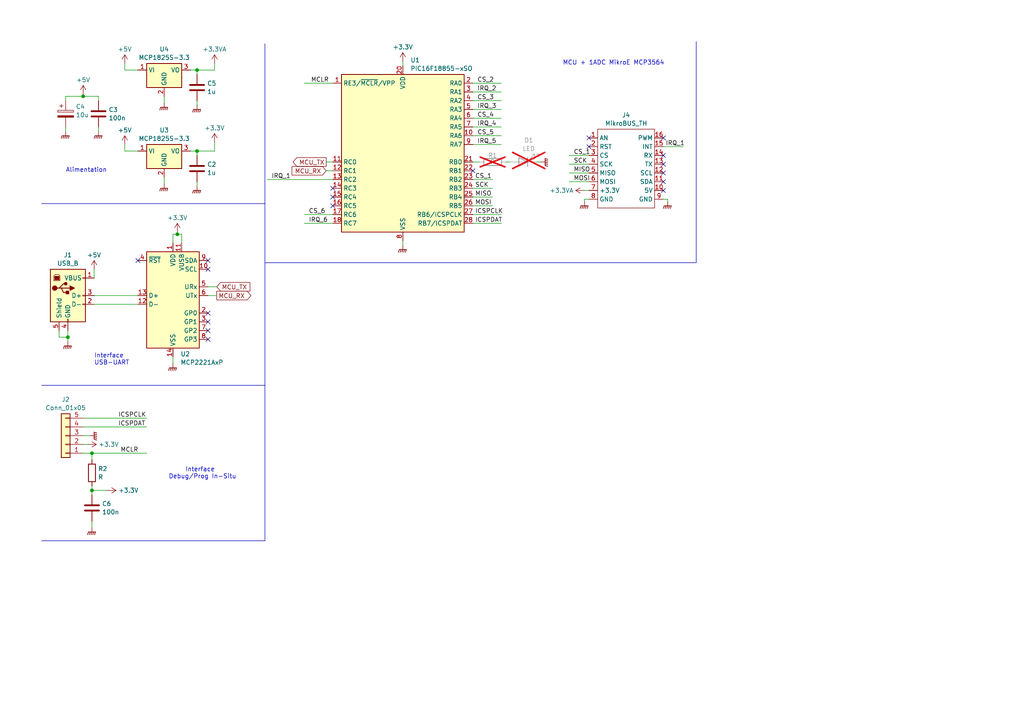
<source format=kicad_sch>
(kicad_sch (version 20230121) (generator eeschema)
  (paper "A4")
  (lib_symbols
    (symbol "Connector:USB_B" (pin_names (offset 1.016))
      (property "Reference" "J" (at -5.08 11.43 0))
      (property "Value" "USB_B" (at -5.08 8.89 0))
      (symbol "USB_B_0_1"
        (rectangle (start -5.08 -7.62) (end 5.08 7.62) (stroke (width 0.254)) (fill (type background)))
        (circle (center -3.81 2.159) (radius 0.635) (stroke (width 0.254)) (fill (type outline)))
        (rectangle (start -3.81 5.588) (end -2.54 4.572) (fill (type outline)))
        (circle (center -0.635 3.429) (radius 0.381) (stroke (width 0.254)) (fill (type outline)))
        (rectangle (start -0.127 -7.62) (end 0.127 -6.858))
        (polyline (pts (xy -1.905 2.159) (xy 0.635 2.159)) (stroke (width 0.254)))
        (polyline (pts (xy -3.175 2.159) (xy -2.54 2.159) (xy -1.27 3.429) (xy -0.635 3.429)) (stroke (width 0.254)))
        (polyline (pts (xy -2.54 2.159) (xy -1.905 2.159) (xy -1.27 0.889) (xy 0 0.889)) (stroke (width 0.254)))
        (polyline (pts (xy 0.635 2.794) (xy 0.635 1.524) (xy 1.905 2.159) (xy 0.635 2.794)) (stroke (width 0.254)) (fill (type outline)))
        (polyline (pts (xy -4.064 4.318) (xy -2.286 4.318) (xy -2.286 5.715) (xy -2.667 6.096) (xy -3.683 6.096) (xy -4.064 5.715) (xy -4.064 4.318)))
        (rectangle (start 0.254 1.27) (end -0.508 0.508) (stroke (width 0.254)) (fill (type outline)))
        (rectangle (start 5.08 -2.667) (end 4.318 -2.413))
        (rectangle (start 5.08 -0.127) (end 4.318 0.127))
        (rectangle (start 5.08 4.953) (end 4.318 5.207))
      )
      (symbol "USB_B_1_1"
        (pin power_out line (at 7.62 5.08 180) (length 2.54) (name "VBUS") (number "1"))
        (pin bidirectional line (at 7.62 -2.54 180) (length 2.54) (name "D-") (number "2"))
        (pin bidirectional line (at 7.62 0 180) (length 2.54) (name "D+") (number "3"))
        (pin power_out line (at 0 -10.16 90) (length 2.54) (name "GND") (number "4"))
        (pin passive line (at -2.54 -10.16 90) (length 2.54) (name "Shield") (number "5"))
      )
    )
    (symbol "Connector_Generic:Conn_01x05" (pin_names (offset 1.016) hide)
      (property "Reference" "J" (at 0 7.62 0))
      (property "Value" "Conn_01x05" (at 0 -7.62 0))
      (symbol "Conn_01x05_1_1"
        (rectangle (start -1.27 -4.953) (end 0 -5.207) (stroke (width 0.1524)))
        (rectangle (start -1.27 -2.413) (end 0 -2.667) (stroke (width 0.1524)))
        (rectangle (start -1.27 0.127) (end 0 -0.127) (stroke (width 0.1524)))
        (rectangle (start -1.27 2.667) (end 0 2.413) (stroke (width 0.1524)))
        (rectangle (start -1.27 5.207) (end 0 4.953) (stroke (width 0.1524)))
        (rectangle (start -1.27 6.35) (end 1.27 -6.35) (stroke (width 0.254)) (fill (type background)))
        (pin passive line (at -5.08 5.08 0) (length 3.81) (name "Pin_1") (number "1"))
        (pin passive line (at -5.08 2.54 0) (length 3.81) (name "Pin_2") (number "2"))
        (pin passive line (at -5.08 0 0) (length 3.81) (name "Pin_3") (number "3"))
        (pin passive line (at -5.08 -2.54 0) (length 3.81) (name "Pin_4") (number "4"))
        (pin passive line (at -5.08 -5.08 0) (length 3.81) (name "Pin_5") (number "5"))
      )
    )
    (symbol "Device:C" (pin_numbers hide) (pin_names (offset 0.254))
      (property "Reference" "C" (at 0.635 2.54 0))
      (property "Value" "C" (at 0.635 -2.54 0))
      (symbol "C_0_1"
        (polyline (pts (xy -2.032 -0.762) (xy 2.032 -0.762)) (stroke (width 0.508)))
        (polyline (pts (xy -2.032 0.762) (xy 2.032 0.762)) (stroke (width 0.508)))
      )
      (symbol "C_1_1"
        (pin passive line (at 0 3.81 270) (length 2.794) (name "~") (number "1"))
        (pin passive line (at 0 -3.81 90) (length 2.794) (name "~") (number "2"))
      )
    )
    (symbol "Device:C_Polarized" (pin_numbers hide) (pin_names (offset 0.254))
      (property "Reference" "C" (at 0.635 2.54 0))
      (property "Value" "C_Polarized" (at 0.635 -2.54 0))
      (symbol "C_Polarized_0_1"
        (rectangle (start -2.286 0.508) (end 2.286 1.016))
        (polyline (pts (xy -1.778 2.286) (xy -0.762 2.286)))
        (polyline (pts (xy -1.27 2.794) (xy -1.27 1.778)))
        (rectangle (start 2.286 -0.508) (end -2.286 -1.016) (fill (type outline)))
      )
      (symbol "C_Polarized_1_1"
        (pin passive line (at 0 3.81 270) (length 2.794) (name "~") (number "1"))
        (pin passive line (at 0 -3.81 90) (length 2.794) (name "~") (number "2"))
      )
    )
    (symbol "Device:LED" (pin_numbers hide) (pin_names (offset 1.016) hide)
      (property "Reference" "D" (at 0 2.54 0))
      (property "Value" "LED" (at 0 -2.54 0))
      (symbol "LED_0_1"
        (polyline (pts (xy -1.27 -1.27) (xy -1.27 1.27)) (stroke (width 0.254)))
        (polyline (pts (xy -1.27 0) (xy 1.27 0)))
        (polyline (pts (xy 1.27 -1.27) (xy 1.27 1.27) (xy -1.27 0) (xy 1.27 -1.27)) (stroke (width 0.254)))
        (polyline (pts (xy -3.048 -0.762) (xy -4.572 -2.286) (xy -3.81 -2.286) (xy -4.572 -2.286) (xy -4.572 -1.524)))
        (polyline (pts (xy -1.778 -0.762) (xy -3.302 -2.286) (xy -2.54 -2.286) (xy -3.302 -2.286) (xy -3.302 -1.524)))
      )
      (symbol "LED_1_1"
        (pin passive line (at -3.81 0 0) (length 2.54) (name "K") (number "1"))
        (pin passive line (at 3.81 0 180) (length 2.54) (name "A") (number "2"))
      )
    )
    (symbol "Device:R" (pin_numbers hide) (pin_names (offset 0))
      (property "Reference" "R" (at 2.032 0 90))
      (property "Value" "R" (at 0 0 90))
      (symbol "R_0_1"
        (rectangle (start -1.016 -2.54) (end 1.016 2.54) (stroke (width 0.254)))
      )
      (symbol "R_1_1"
        (pin passive line (at 0 3.81 270) (length 1.27) (name "~") (number "1"))
        (pin passive line (at 0 -3.81 90) (length 1.27) (name "~") (number "2"))
      )
    )
    (symbol "Interface_USB:MCP2221AxP"
      (property "Reference" "U" (at -7.62 16.51 0))
      (property "Value" "MCP2221AxP" (at 12.7 16.51 0))
      (symbol "MCP2221AxP_0_1"
        (rectangle (start -7.62 15.24) (end 7.62 -12.7) (stroke (width 0.254)) (fill (type background)))
      )
      (symbol "MCP2221AxP_1_1"
        (pin power_in line (at 0 17.78 270) (length 2.54) (name "VDD") (number "1"))
        (pin bidirectional line (at 10.16 10.16 180) (length 2.54) (name "SCL") (number "10"))
        (pin passive line (at 2.54 17.78 270) (length 2.54) (name "VUSB") (number "11"))
        (pin bidirectional line (at -10.16 0 0) (length 2.54) (name "D-") (number "12"))
        (pin bidirectional line (at -10.16 2.54 0) (length 2.54) (name "D+") (number "13"))
        (pin power_in line (at 0 -15.24 90) (length 2.54) (name "VSS") (number "14"))
        (pin bidirectional line (at 10.16 -2.54 180) (length 2.54) (name "GP0") (number "2"))
        (pin bidirectional line (at 10.16 -5.08 180) (length 2.54) (name "GP1") (number "3"))
        (pin input line (at -10.16 12.7 0) (length 2.54) (name "~{RST}") (number "4"))
        (pin input line (at 10.16 5.08 180) (length 2.54) (name "URx") (number "5"))
        (pin output line (at 10.16 2.54 180) (length 2.54) (name "UTx") (number "6"))
        (pin bidirectional line (at 10.16 -7.62 180) (length 2.54) (name "GP2") (number "7"))
        (pin bidirectional line (at 10.16 -10.16 180) (length 2.54) (name "GP3") (number "8"))
        (pin bidirectional line (at 10.16 12.7 180) (length 2.54) (name "SDA") (number "9"))
      )
    )
    (symbol "MCU_Microchip_PIC16:PIC16F18855-xSO"
      (property "Reference" "U" (at 2.54 27.94 0))
      (property "Value" "PIC16F18855-xSO" (at 10.16 25.4 0))
      (symbol "PIC16F18855-xSO_0_0"
        (pin passive line (at 0 -25.4 90) (length 2.54) hide (name "VSS") (number "19"))
      )
      (symbol "PIC16F18855-xSO_0_1"
        (rectangle (start -17.78 22.86) (end 17.78 -22.86) (stroke (width 0.254)) (fill (type background)))
      )
      (symbol "PIC16F18855-xSO_1_1"
        (pin input line (at -20.32 20.32 0) (length 2.54) (name "RE3/~{MCLR}/VPP") (number "1"))
        (pin bidirectional line (at 20.32 5.08 180) (length 2.54) (name "RA6") (number "10"))
        (pin bidirectional line (at -20.32 -2.54 0) (length 2.54) (name "RC0") (number "11"))
        (pin bidirectional line (at -20.32 -5.08 0) (length 2.54) (name "RC1") (number "12"))
        (pin bidirectional line (at -20.32 -7.62 0) (length 2.54) (name "RC2") (number "13"))
        (pin bidirectional line (at -20.32 -10.16 0) (length 2.54) (name "RC3") (number "14"))
        (pin bidirectional line (at -20.32 -12.7 0) (length 2.54) (name "RC4") (number "15"))
        (pin bidirectional line (at -20.32 -15.24 0) (length 2.54) (name "RC5") (number "16"))
        (pin bidirectional line (at -20.32 -17.78 0) (length 2.54) (name "RC6") (number "17"))
        (pin bidirectional line (at -20.32 -20.32 0) (length 2.54) (name "RC7") (number "18"))
        (pin bidirectional line (at 20.32 20.32 180) (length 2.54) (name "RA0") (number "2"))
        (pin power_in line (at 0 25.4 270) (length 2.54) (name "VDD") (number "20"))
        (pin bidirectional line (at 20.32 -2.54 180) (length 2.54) (name "RB0") (number "21"))
        (pin bidirectional line (at 20.32 -5.08 180) (length 2.54) (name "RB1") (number "22"))
        (pin bidirectional line (at 20.32 -7.62 180) (length 2.54) (name "RB2") (number "23"))
        (pin bidirectional line (at 20.32 -10.16 180) (length 2.54) (name "RB3") (number "24"))
        (pin bidirectional line (at 20.32 -12.7 180) (length 2.54) (name "RB4") (number "25"))
        (pin bidirectional line (at 20.32 -15.24 180) (length 2.54) (name "RB5") (number "26"))
        (pin bidirectional line (at 20.32 -17.78 180) (length 2.54) (name "RB6/ICSPCLK") (number "27"))
        (pin bidirectional line (at 20.32 -20.32 180) (length 2.54) (name "RB7/ICSPDAT") (number "28"))
        (pin bidirectional line (at 20.32 17.78 180) (length 2.54) (name "RA1") (number "3"))
        (pin bidirectional line (at 20.32 15.24 180) (length 2.54) (name "RA2") (number "4"))
        (pin bidirectional line (at 20.32 12.7 180) (length 2.54) (name "RA3") (number "5"))
        (pin bidirectional line (at 20.32 10.16 180) (length 2.54) (name "RA4") (number "6"))
        (pin bidirectional line (at 20.32 7.62 180) (length 2.54) (name "RA5") (number "7"))
        (pin power_in line (at 0 -25.4 90) (length 2.54) (name "VSS") (number "8"))
        (pin bidirectional line (at 20.32 2.54 180) (length 2.54) (name "RA7") (number "9"))
      )
    )
    (symbol "Regulator_Linear:MCP1825S"
      (property "Reference" "U" (at -3.81 3.175 0))
      (property "Value" "MCP1825S" (at 0 3.175 0))
      (symbol "MCP1825S_0_1"
        (rectangle (start -5.08 1.905) (end 5.08 -5.08) (stroke (width 0.254)) (fill (type background)))
      )
      (symbol "MCP1825S_1_1"
        (pin power_in line (at -7.62 0 0) (length 2.54) (name "VI") (number "1"))
        (pin power_in line (at 0 -7.62 90) (length 2.54) (name "GND") (number "2"))
        (pin power_out line (at 7.62 0 180) (length 2.54) (name "VO") (number "3"))
      )
    )
    (symbol "Xg_lib_sch_v6:MikroBUS_TH"
      (property "Reference" "J" (at -7.62 -12.7 0))
      (property "Value" "MikroBUS_TH" (at -2.54 12.7 0))
      (symbol "MikroBUS_TH_0_1"
        (rectangle (start -8.89 11.43) (end 7.62 -11.43) (stroke (width 0.1524)))
      )
      (symbol "MikroBUS_TH_1_1"
        (pin unspecified line (at -11.43 8.89 0) (length 2.54) (name "AN") (number "1"))
        (pin unspecified line (at 10.16 -6.35 180) (length 2.54) (name "5V") (number "10"))
        (pin unspecified line (at 10.16 -3.81 180) (length 2.54) (name "SDA") (number "11"))
        (pin unspecified line (at 10.16 -1.27 180) (length 2.54) (name "SCL") (number "12"))
        (pin unspecified line (at 10.16 1.27 180) (length 2.54) (name "TX") (number "13"))
        (pin unspecified line (at 10.16 3.81 180) (length 2.54) (name "RX") (number "14"))
        (pin unspecified line (at 10.16 6.35 180) (length 2.54) (name "INT") (number "15"))
        (pin unspecified line (at 10.16 8.89 180) (length 2.54) (name "PWM") (number "16"))
        (pin unspecified line (at -11.43 6.35 0) (length 2.54) (name "RST") (number "2"))
        (pin unspecified line (at -11.43 3.81 0) (length 2.54) (name "CS") (number "3"))
        (pin unspecified line (at -11.43 1.27 0) (length 2.54) (name "SCK") (number "4"))
        (pin unspecified line (at -11.43 -1.27 0) (length 2.54) (name "MISO") (number "5"))
        (pin unspecified line (at -11.43 -3.81 0) (length 2.54) (name "MOSI") (number "6"))
        (pin unspecified line (at -11.43 -6.35 0) (length 2.54) (name "+3.3V") (number "7"))
        (pin unspecified line (at -11.43 -8.89 0) (length 2.54) (name "GND") (number "8"))
        (pin unspecified line (at 10.16 -8.89 180) (length 2.54) (name "GND") (number "9"))
      )
    )
    (symbol "power:+3.3V" (power) (pin_names (offset 0))
      (property "Value" "+3.3V" (at 0 3.556 0))
      (symbol "+3.3V_0_1"
        (polyline (pts (xy -0.762 1.27) (xy 0 2.54)))
        (polyline (pts (xy 0 0) (xy 0 2.54)))
        (polyline (pts (xy 0 2.54) (xy 0.762 1.27)))
      )
      (symbol "+3.3V_1_1"
        (pin power_in line (at 0 0 90) (length 0) hide (name "+3.3V") (number "1"))
      )
    )
    (symbol "power:+3.3VA" (power) (pin_names (offset 0))
      (property "Value" "+3.3VA" (at 0 3.556 0))
      (symbol "+3.3VA_0_1"
        (polyline (pts (xy -0.762 1.27) (xy 0 2.54)))
        (polyline (pts (xy 0 0) (xy 0 2.54)))
        (polyline (pts (xy 0 2.54) (xy 0.762 1.27)))
      )
      (symbol "+3.3VA_1_1"
        (pin power_in line (at 0 0 90) (length 0) hide (name "+3.3VA") (number "1"))
      )
    )
    (symbol "power:+5V" (power) (pin_names (offset 0))
      (property "Value" "+5V" (at 0 3.556 0))
      (symbol "+5V_0_1"
        (polyline (pts (xy -0.762 1.27) (xy 0 2.54)))
        (polyline (pts (xy 0 0) (xy 0 2.54)))
        (polyline (pts (xy 0 2.54) (xy 0.762 1.27)))
      )
      (symbol "+5V_1_1"
        (pin power_in line (at 0 0 90) (length 0) hide (name "+5V") (number "1"))
      )
    )
    (symbol "power:GNDPWR" (power) (pin_names (offset 0))
      (property "Value" "GNDPWR" (at 0 -3.302 0))
      (symbol "GNDPWR_0_1"
        (polyline (pts (xy 0 -1.27) (xy 0 0)))
        (polyline (pts (xy -1.016 -1.27) (xy -1.27 -2.032) (xy -1.27 -2.032)) (stroke (width 0.2032)))
        (polyline (pts (xy -0.508 -1.27) (xy -0.762 -2.032) (xy -0.762 -2.032)) (stroke (width 0.2032)))
        (polyline (pts (xy 0 -1.27) (xy -0.254 -2.032) (xy -0.254 -2.032)) (stroke (width 0.2032)))
        (polyline (pts (xy 0.508 -1.27) (xy 0.254 -2.032) (xy 0.254 -2.032)) (stroke (width 0.2032)))
        (polyline (pts (xy 1.016 -1.27) (xy -1.016 -1.27) (xy -1.016 -1.27)) (stroke (width 0.2032)))
        (polyline (pts (xy 1.016 -1.27) (xy 0.762 -2.032) (xy 0.762 -2.032) (xy 0.762 -2.032)) (stroke (width 0.2032)))
      )
      (symbol "GNDPWR_1_1"
        (pin power_in line (at 0 0 270) (length 0) hide (name "GNDPWR") (number "1"))
      )
    )
  )
  (junction (at 26.67 131.445))
  (junction (at 26.67 142.24))
  (junction (at 51.435 67.945))
  (junction (at 57.15 20.32))
  (junction (at 57.15 43.815))
  (junction (at 19.685 97.79))
  (junction (at 24.13 27.94))
  (no_connect (at 96.52 59.69))
  (no_connect (at 192.405 52.705))
  (no_connect (at 60.325 95.885))
  (no_connect (at 137.16 49.53))
  (no_connect (at 192.405 50.165))
  (no_connect (at 60.325 90.805))
  (no_connect (at 60.325 78.105))
  (no_connect (at 192.405 40.005))
  (no_connect (at 170.815 42.545))
  (no_connect (at 192.405 55.245))
  (no_connect (at 170.815 40.005))
  (no_connect (at 192.405 45.085))
  (no_connect (at 96.52 57.15))
  (no_connect (at 192.405 47.625))
  (no_connect (at 40.005 75.565))
  (no_connect (at 60.325 75.565))
  (no_connect (at 60.325 93.345))
  (no_connect (at 96.52 54.61))
  (no_connect (at 60.325 98.425))
  (wire (pts (xy 137.16 31.75) (xy 145.415 31.75)))
  (polyline (pts (xy 12.065 156.845) (xy 76.835 156.845)))
  (wire (pts (xy 26.67 131.445) (xy 26.67 133.35)))
  (wire (pts (xy 192.405 42.545) (xy 198.12 42.545)))
  (wire (pts (xy 27.305 88.265) (xy 40.005 88.265)))
  (wire (pts (xy 24.13 121.285) (xy 42.545 121.285)))
  (wire (pts (xy 155.575 46.99) (xy 156.845 46.99)))
  (wire (pts (xy 88.265 62.23) (xy 96.52 62.23)))
  (wire (pts (xy 24.13 126.365) (xy 26.035 126.365)))
  (wire (pts (xy 170.815 57.785) (xy 169.545 57.785)))
  (wire (pts (xy 169.545 57.785) (xy 169.545 58.42)))
  (wire (pts (xy 193.675 57.785) (xy 193.675 58.42)))
  (wire (pts (xy 27.305 78.105) (xy 27.305 80.645)))
  (wire (pts (xy 137.16 57.15) (xy 142.875 57.15)))
  (wire (pts (xy 36.195 20.32) (xy 40.005 20.32)))
  (wire (pts (xy 50.165 103.505) (xy 50.165 105.41)))
  (polyline (pts (xy 12.065 111.76) (xy 76.835 111.76)))
  (wire (pts (xy 24.13 131.445) (xy 26.67 131.445)))
  (wire (pts (xy 57.15 43.815) (xy 62.23 43.815)))
  (wire (pts (xy 165.1 52.705) (xy 170.815 52.705)))
  (wire (pts (xy 94.615 49.53) (xy 96.52 49.53)))
  (wire (pts (xy 55.245 43.815) (xy 57.15 43.815)))
  (wire (pts (xy 28.575 36.83) (xy 28.575 38.1)))
  (wire (pts (xy 26.67 151.13) (xy 26.67 153.035)))
  (wire (pts (xy 28.575 27.94) (xy 28.575 29.21)))
  (polyline (pts (xy 76.835 111.76) (xy 76.835 156.845)))
  (polyline (pts (xy 201.93 12.065) (xy 201.93 76.2)))
  (wire (pts (xy 60.325 85.725) (xy 62.865 85.725)))
  (wire (pts (xy 77.47 52.07) (xy 96.52 52.07)))
  (wire (pts (xy 169.545 55.245) (xy 170.815 55.245)))
  (wire (pts (xy 137.16 62.23) (xy 145.415 62.23)))
  (wire (pts (xy 19.685 95.885) (xy 19.685 97.79)))
  (wire (pts (xy 165.1 50.165) (xy 170.815 50.165)))
  (wire (pts (xy 36.195 41.91) (xy 36.195 43.815)))
  (wire (pts (xy 24.13 128.905) (xy 25.4 128.905)))
  (wire (pts (xy 26.67 142.24) (xy 31.115 142.24)))
  (wire (pts (xy 36.195 43.815) (xy 40.005 43.815)))
  (wire (pts (xy 57.15 29.21) (xy 57.15 30.48)))
  (wire (pts (xy 137.16 39.37) (xy 145.415 39.37)))
  (wire (pts (xy 47.625 51.435) (xy 47.625 53.34)))
  (wire (pts (xy 57.15 20.32) (xy 62.23 20.32)))
  (wire (pts (xy 88.265 64.77) (xy 96.52 64.77)))
  (wire (pts (xy 17.145 97.79) (xy 19.685 97.79)))
  (wire (pts (xy 26.67 131.445) (xy 42.545 131.445)))
  (wire (pts (xy 137.16 41.91) (xy 145.415 41.91)))
  (wire (pts (xy 57.15 20.32) (xy 57.15 21.59)))
  (wire (pts (xy 165.1 45.085) (xy 170.815 45.085)))
  (wire (pts (xy 116.84 17.78) (xy 116.84 19.05)))
  (wire (pts (xy 62.23 18.415) (xy 62.23 20.32)))
  (wire (pts (xy 26.67 140.97) (xy 26.67 142.24)))
  (wire (pts (xy 19.685 97.79) (xy 19.685 99.06)))
  (polyline (pts (xy 76.835 76.2) (xy 201.93 76.2)))
  (wire (pts (xy 137.16 59.69) (xy 142.875 59.69)))
  (polyline (pts (xy 76.835 12.7) (xy 76.835 59.055)))
  (polyline (pts (xy 76.835 59.055) (xy 76.835 111.76)))
  (polyline (pts (xy 12.065 59.055) (xy 76.835 59.055)))
  (wire (pts (xy 137.16 46.99) (xy 139.065 46.99)))
  (wire (pts (xy 137.16 24.13) (xy 145.415 24.13)))
  (wire (pts (xy 51.435 67.31) (xy 51.435 67.945)))
  (wire (pts (xy 137.16 54.61) (xy 142.875 54.61)))
  (wire (pts (xy 17.145 95.885) (xy 17.145 97.79)))
  (wire (pts (xy 116.84 69.85) (xy 116.84 71.12)))
  (wire (pts (xy 24.13 27.94) (xy 28.575 27.94)))
  (wire (pts (xy 19.05 27.94) (xy 24.13 27.94)))
  (wire (pts (xy 19.05 29.21) (xy 19.05 27.94)))
  (wire (pts (xy 94.615 46.99) (xy 96.52 46.99)))
  (wire (pts (xy 27.305 85.725) (xy 40.005 85.725)))
  (wire (pts (xy 50.165 67.945) (xy 51.435 67.945)))
  (wire (pts (xy 19.05 36.83) (xy 19.05 38.1)))
  (wire (pts (xy 62.23 41.275) (xy 62.23 43.815)))
  (wire (pts (xy 192.405 57.785) (xy 193.675 57.785)))
  (wire (pts (xy 24.13 27.305) (xy 24.13 27.94)))
  (wire (pts (xy 47.625 27.94) (xy 47.625 29.845)))
  (wire (pts (xy 57.15 43.815) (xy 57.15 45.085)))
  (wire (pts (xy 51.435 67.945) (xy 52.705 67.945)))
  (wire (pts (xy 137.16 34.29) (xy 145.415 34.29)))
  (wire (pts (xy 88.265 24.13) (xy 96.52 24.13)))
  (wire (pts (xy 55.245 20.32) (xy 57.15 20.32)))
  (wire (pts (xy 60.325 83.185) (xy 62.865 83.185)))
  (wire (pts (xy 36.195 18.415) (xy 36.195 20.32)))
  (wire (pts (xy 137.16 26.67) (xy 145.415 26.67)))
  (wire (pts (xy 165.1 47.625) (xy 170.815 47.625)))
  (wire (pts (xy 137.16 64.77) (xy 145.415 64.77)))
  (wire (pts (xy 137.16 36.83) (xy 145.415 36.83)))
  (wire (pts (xy 52.705 67.945) (xy 52.705 70.485)))
  (wire (pts (xy 137.16 29.21) (xy 145.415 29.21)))
  (wire (pts (xy 26.67 142.24) (xy 26.67 143.51)))
  (wire (pts (xy 24.13 123.825) (xy 42.545 123.825)))
  (wire (pts (xy 146.685 46.99) (xy 147.955 46.99)))
  (wire (pts (xy 137.16 52.07) (xy 142.875 52.07)))
  (wire (pts (xy 50.165 70.485) (xy 50.165 67.945)))
  (wire (pts (xy 57.15 52.705) (xy 57.15 53.975)))
  (text "Interface\nUSB-UART" (at 27.305 106.045 0) (effects (font (size 1.27 1.27)) (justify left bottom)))
  (text "     Interface \nDebug/Prog In-Situ" (at 48.895 139.065 0) (effects (font (size 1.27 1.27)) (justify left bottom)))
  (text "MCU + 1ADC MikroE MCP3564\n" (at 163.195 19.05 0) (effects (font (size 1.27 1.27)) (justify left bottom)))
  (text "Alimentation" (at 19.05 50.165 0) (effects (font (size 1.27 1.27)) (justify left bottom)))
  (label "CS_2" (at 138.43 24.13 0))
  (label "IRQ_3" (at 138.43 31.75 0))
  (label "MCLR" (at 34.925 131.445 0))
  (label "IRQ_1" (at 193.04 42.545 0))
  (label "CS_1" (at 137.795 52.07 0))
  (label "IRQ_1" (at 78.74 52.07 0))
  (label "MCLR" (at 90.17 24.13 0))
  (label "SCK" (at 137.795 54.61 0))
  (label "ICSPDAT" (at 137.795 64.77 0))
  (label "IRQ_6" (at 89.535 64.77 0))
  (label "CS_1" (at 166.37 45.085 0))
  (label "ICSPCLK" (at 137.795 62.23 0))
  (label "CS_4" (at 138.43 34.29 0))
  (label "IRQ_2" (at 138.43 26.67 0))
  (label "ICSPDAT" (at 34.29 123.825 0))
  (label "CS_6" (at 89.535 62.23 0))
  (label "MOSI" (at 166.37 52.705 0))
  (label "IRQ_5" (at 138.43 41.91 0))
  (label "MOSI" (at 137.795 59.69 0))
  (label "MISO" (at 137.795 57.15 0))
  (label "SCK" (at 166.37 47.625 0))
  (label "MISO" (at 166.37 50.165 0))
  (label "CS_3" (at 138.43 29.21 0))
  (label "CS_5" (at 138.43 39.37 0))
  (label "IRQ_4" (at 138.43 36.83 0))
  (label "ICSPCLK" (at 34.29 121.285 0))
  (global_label "MCU_RX" (shape output) (at 62.865 85.725 0) (property "Intersheetrefs" "${INTERSHEET_REFS}" (effects hide)))
  (global_label "MCU_RX" (shape input) (at 94.615 49.53 180) (property "Intersheetrefs" "${INTERSHEET_REFS}" (effects hide)))
  (global_label "MCU_TX" (shape output) (at 94.615 46.99 180) (property "Intersheetrefs" "${INTERSHEET_REFS}" (effects hide)))
  (global_label "MCU_TX" (shape input) (at 62.865 83.185 0) (property "Intersheetrefs" "${INTERSHEET_REFS}" (effects hide)))
  (symbol (lib_id "power:GNDPWR") (at 26.67 153.035 0) (unit 1)
    (property "Reference" "#PWR022" (effects hide))
    (property "Value" "GNDPWR" (effects hide))
  )
  (symbol (lib_id "Regulator_Linear:MCP1825S") (at 47.625 43.815 0) (unit 1)
    (property "Reference" "U3" (at 47.625 37.7657 0))
    (property "Value" "MCP1825S-3.3" (at 47.625 40.1899 0))
    (property "Footprint" "Package_TO_SOT_THT:TO-220-3_Vertical" (effects hide))
    (property "Datasheet" "http://ww1.microchip.com/downloads/en/devicedoc/22056b.pdf" (effects hide))
  )
  (symbol (lib_id "power:+5V") (at 36.195 41.91 0) (unit 1)
    (property "Reference" "#PWR03" (effects hide))
    (property "Value" "+5V" (at 36.195 37.7769 0))
  )
  (symbol (lib_id "power:GNDPWR") (at 28.575 38.1 0) (unit 1)
    (property "Reference" "#PWR08" (effects hide))
    (property "Value" "GNDPWR" (effects hide))
  )
  (symbol (lib_id "power:+5V") (at 36.195 18.415 0) (unit 1)
    (property "Reference" "#PWR09" (effects hide))
    (property "Value" "+5V" (at 36.195 14.2819 0))
  )
  (symbol (lib_id "Xg_lib_sch_v6:MikroBUS_TH") (at 182.245 48.895 0) (unit 1)
    (property "Reference" "J4" (at 181.61 33.3715 0))
    (property "Value" "MikroBUS_TH" (at 181.61 35.7957 0))
    (property "Footprint" "MkroBUS:MkroBUS TH" (effects hide))
    (property "Datasheet" "https://download.mikroe.com/documents/mikrobu_socket/SOCKET%20mikroBUS%2016%20TH.pdf" (effects hide))
    (property "Manufacturer" "MIKROELEKTRONIKA " (effects hide))
    (property "Part Number" "MIKROE-4247" (effects hide))
  )
  (symbol (lib_id "power:GNDPWR") (at 50.165 105.41 0) (unit 1)
    (property "Reference" "#PWR015" (effects hide))
    (property "Value" "GNDPWR" (effects hide))
  )
  (symbol (lib_id "power:+3.3V") (at 51.435 67.31 0) (unit 1)
    (property "Reference" "#PWR014" (effects hide))
    (property "Value" "+3.3V" (at 51.435 63.1769 0))
  )
  (symbol (lib_id "power:GNDPWR") (at 116.84 71.12 0) (unit 1)
    (property "Reference" "#PWR016" (effects hide))
    (property "Value" "GNDPWR" (effects hide))
  )
  (symbol (lib_id "Device:R") (at 26.67 137.16 180) (unit 1)
    (property "Reference" "R2" (at 28.448 135.9479 0) (effects (justify right)))
    (property "Value" "R" (at 28.448 138.3721 0) (effects (justify right)))
    (property "Footprint" "Resistor_THT:R_Axial_DIN0207_L6.3mm_D2.5mm_P10.16mm_Horizontal" (effects hide))
  )
  (symbol (lib_id "power:+3.3VA") (at 62.23 18.415 0) (unit 1)
    (property "Reference" "#PWR012" (effects hide))
    (property "Value" "+3.3VA" (at 62.23 14.2819 0))
  )
  (symbol (lib_id "Device:C") (at 26.67 147.32 180) (unit 1)
    (property "Reference" "C6" (at 29.591 146.1079 0) (effects (justify right)))
    (property "Value" "100n" (at 29.591 148.5321 0) (effects (justify right)))
    (property "Footprint" "Capacitor_THT:C_Rect_L7.0mm_W3.5mm_P2.50mm_P5.00mm" (effects hide))
  )
  (symbol (lib_id "Connector:USB_B") (at 19.685 85.725 0) (unit 1)
    (property "Reference" "J1" (at 19.685 73.9607 0))
    (property "Value" "USB_B" (at 19.685 76.3849 0))
    (property "Footprint" "Connector_USB:USB_B_OST_USB-B1HSxx_Horizontal" (effects hide))
    (property "Datasheet" " ~" (effects hide))
  )
  (symbol (lib_id "power:+3.3VA") (at 169.545 55.245 90) (unit 1)
    (property "Reference" "#PWR020" (effects hide))
    (property "Value" "+3.3VA" (at 166.37 55.245 90) (effects (justify left)))
  )
  (symbol (lib_id "power:GNDPWR") (at 156.845 46.99 90) (unit 1)
    (property "Reference" "#PWR025" (effects hide))
    (property "Value" "GNDPWR" (effects hide))
  )
  (symbol (lib_id "power:GNDPWR") (at 26.035 126.365 90) (unit 1)
    (property "Reference" "#PWR024" (effects hide))
    (property "Value" "GNDPWR" (effects hide))
  )
  (symbol (lib_id "power:+3.3V") (at 62.23 41.275 0) (unit 1)
    (property "Reference" "#PWR013" (effects hide))
    (property "Value" "+3.3V" (at 62.23 37.1419 0))
  )
  (symbol (lib_id "power:GNDPWR") (at 57.15 53.975 0) (unit 1)
    (property "Reference" "#PWR05" (effects hide))
    (property "Value" "GNDPWR" (effects hide))
  )
  (symbol (lib_id "Device:C") (at 28.575 33.02 180) (unit 1)
    (property "Reference" "C3" (at 31.496 31.8079 0) (effects (justify right)))
    (property "Value" "100n" (at 31.496 34.2321 0) (effects (justify right)))
    (property "Footprint" "Capacitor_THT:C_Rect_L7.0mm_W3.5mm_P2.50mm_P5.00mm" (effects hide))
  )
  (symbol (lib_id "power:GNDPWR") (at 47.625 53.34 0) (unit 1)
    (property "Reference" "#PWR04" (effects hide))
    (property "Value" "GNDPWR" (effects hide))
  )
  (symbol (lib_id "Device:R") (at 142.875 46.99 90) (unit 1) (dnp yes)
    (property "Reference" "R1" (at 142.875 45.085 90))
    (property "Value" "R" (at 142.875 46.99 90))
    (property "Footprint" "Resistor_THT:R_Axial_DIN0207_L6.3mm_D2.5mm_P10.16mm_Horizontal" (effects hide))
  )
  (symbol (lib_id "Device:LED") (at 151.765 46.99 180) (unit 1) (dnp yes)
    (property "Reference" "D1" (at 153.3525 40.6867 0))
    (property "Value" "LED" (at 153.3525 43.1109 0))
    (property "Footprint" "LED_THT:LED_D3.0mm" (effects hide))
  )
  (symbol (lib_id "power:GNDPWR") (at 193.675 58.42 0) (unit 1)
    (property "Reference" "#PWR019" (effects hide))
    (property "Value" "GNDPWR" (effects hide))
  )
  (symbol (lib_id "Device:C") (at 57.15 25.4 180) (unit 1)
    (property "Reference" "C5" (at 60.071 24.1879 0) (effects (justify right)))
    (property "Value" "1u" (at 60.071 26.6121 0) (effects (justify right)))
    (property "Footprint" "Capacitor_THT:C_Rect_L7.0mm_W3.5mm_P2.50mm_P5.00mm" (effects hide))
  )
  (symbol (lib_id "MCU_Microchip_PIC16:PIC16F18855-xSO") (at 116.84 44.45 0) (unit 1)
    (property "Reference" "U1" (at 119.0341 17.4457 0) (effects (justify left)))
    (property "Value" "PIC16F18855-xSO" (at 119.0341 19.8699 0) (effects (justify left)))
    (property "Footprint" "Package_SO:SOIC-28W_7.5x17.9mm_P1.27mm" (effects hide))
    (property "Datasheet" "http://ww1.microchip.com/downloads/en/DeviceDoc/40001802G.pdf" (effects hide))
  )
  (symbol (lib_id "power:GNDPWR") (at 57.15 30.48 0) (unit 1)
    (property "Reference" "#PWR011" (effects hide))
    (property "Value" "GNDPWR" (effects hide))
  )
  (symbol (lib_id "Interface_USB:MCP2221AxP") (at 50.165 88.265 0) (unit 1)
    (property "Reference" "U2" (at 52.3591 102.6851 0) (effects (justify left)))
    (property "Value" "MCP2221AxP" (at 52.3591 105.1093 0) (effects (justify left)))
    (property "Footprint" "Package_DIP:DIP-14_W7.62mm" (effects hide))
    (property "Datasheet" "http://ww1.microchip.com/downloads/en/DeviceDoc/20005565B.pdf" (effects hide))
  )
  (symbol (lib_id "power:GNDPWR") (at 19.05 38.1 0) (unit 1)
    (property "Reference" "#PWR07" (effects hide))
    (property "Value" "GNDPWR" (effects hide))
  )
  (symbol (lib_id "power:+5V") (at 24.13 27.305 0) (unit 1)
    (property "Reference" "#PWR06" (effects hide))
    (property "Value" "+5V" (at 24.13 23.1719 0))
  )
  (symbol (lib_id "power:+3.3V") (at 116.84 17.78 0) (unit 1)
    (property "Reference" "#PWR017" (effects hide))
    (property "Value" "+3.3V" (at 116.84 13.6469 0))
  )
  (symbol (lib_id "power:GNDPWR") (at 19.685 99.06 0) (unit 1)
    (property "Reference" "#PWR01" (effects hide))
    (property "Value" "GNDPWR" (effects hide))
  )
  (symbol (lib_id "Regulator_Linear:MCP1825S") (at 47.625 20.32 0) (unit 1)
    (property "Reference" "U4" (at 47.625 14.2707 0))
    (property "Value" "MCP1825S-3.3" (at 47.625 16.6949 0))
    (property "Footprint" "Connector_USB:USB_B_OST_USB-B1HSxx_Horizontal" (effects hide))
    (property "Datasheet" "http://ww1.microchip.com/downloads/en/devicedoc/22056b.pdf" (effects hide))
  )
  (symbol (lib_id "power:+3.3V") (at 25.4 128.905 270) (unit 1)
    (property "Reference" "#PWR023" (effects hide))
    (property "Value" "+3.3V" (at 28.575 128.905 90) (effects (justify left)))
  )
  (symbol (lib_id "power:+5V") (at 27.305 78.105 0) (unit 1)
    (property "Reference" "#PWR02" (effects hide))
    (property "Value" "+5V" (at 27.305 73.9719 0))
  )
  (symbol (lib_id "power:GNDPWR") (at 169.545 58.42 0) (unit 1)
    (property "Reference" "#PWR018" (effects hide))
    (property "Value" "GNDPWR" (effects hide))
  )
  (symbol (lib_id "power:+3.3V") (at 31.115 142.24 270) (unit 1)
    (property "Reference" "#PWR021" (effects hide))
    (property "Value" "+3.3V" (at 34.29 142.24 90) (effects (justify left)))
  )
  (symbol (lib_id "Device:C_Polarized") (at 19.05 33.02 0) (unit 1)
    (property "Reference" "C4" (at 21.971 30.9189 0) (effects (justify left)))
    (property "Value" "10u" (at 21.971 33.3431 0) (effects (justify left)))
    (property "Footprint" "Capacitor_THT:CP_Radial_Tantal_D4.5mm_P2.50mm" (effects hide))
  )
  (symbol (lib_id "Device:C") (at 57.15 48.895 180) (unit 1)
    (property "Reference" "C2" (at 60.071 47.6829 0) (effects (justify right)))
    (property "Value" "1u" (at 60.071 50.1071 0) (effects (justify right)))
    (property "Footprint" "Capacitor_THT:C_Rect_L7.0mm_W3.5mm_P2.50mm_P5.00mm" (effects hide))
  )
  (symbol (lib_id "Connector_Generic:Conn_01x05") (at 19.05 126.365 180) (unit 1)
    (property "Reference" "J2" (at 19.05 115.8707 0))
    (property "Value" "Conn_01x05" (at 19.05 118.2949 0))
    (property "Footprint" "Connector_PinHeader_2.54mm:PinHeader_1x05_P2.54mm_Vertical" (effects hide))
  )
  (symbol (lib_id "power:GNDPWR") (at 47.625 29.845 0) (unit 1)
    (property "Reference" "#PWR010" (effects hide))
    (property "Value" "GNDPWR" (effects hide))
  )
)
</source>
